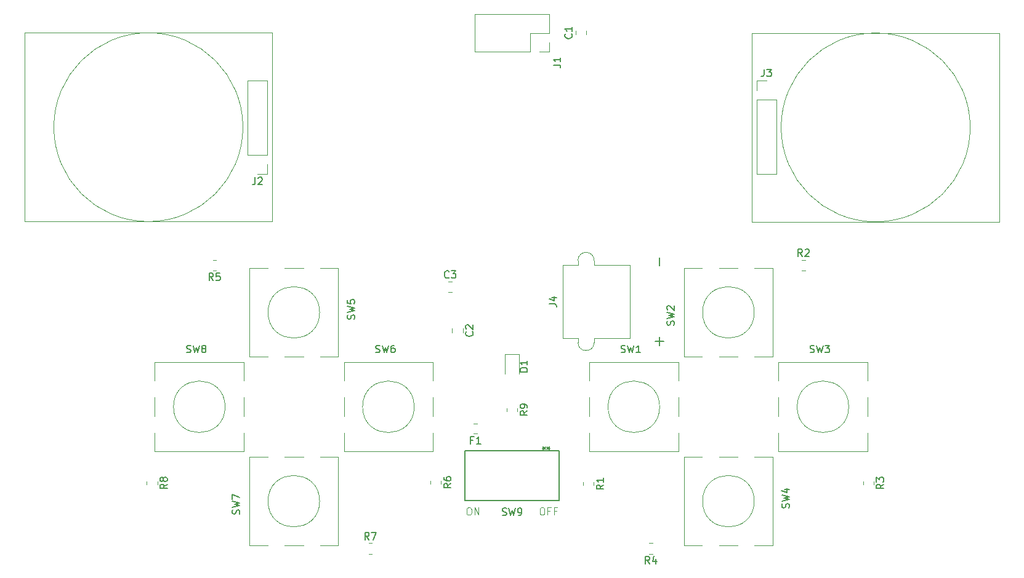
<source format=gbr>
%TF.GenerationSoftware,KiCad,Pcbnew,9.0.2*%
%TF.CreationDate,2025-08-17T08:15:12-04:00*%
%TF.ProjectId,Controller_Simple,436f6e74-726f-46c6-9c65-725f53696d70,rev?*%
%TF.SameCoordinates,Original*%
%TF.FileFunction,Legend,Top*%
%TF.FilePolarity,Positive*%
%FSLAX46Y46*%
G04 Gerber Fmt 4.6, Leading zero omitted, Abs format (unit mm)*
G04 Created by KiCad (PCBNEW 9.0.2) date 2025-08-17 08:15:12*
%MOMM*%
%LPD*%
G01*
G04 APERTURE LIST*
%ADD10C,0.100000*%
%ADD11C,0.125000*%
%ADD12C,0.150000*%
%ADD13C,0.120000*%
%ADD14C,0.152400*%
G04 APERTURE END LIST*
D10*
X103994360Y-91872419D02*
X104184836Y-91872419D01*
X104184836Y-91872419D02*
X104280074Y-91920038D01*
X104280074Y-91920038D02*
X104375312Y-92015276D01*
X104375312Y-92015276D02*
X104422931Y-92205752D01*
X104422931Y-92205752D02*
X104422931Y-92539085D01*
X104422931Y-92539085D02*
X104375312Y-92729561D01*
X104375312Y-92729561D02*
X104280074Y-92824800D01*
X104280074Y-92824800D02*
X104184836Y-92872419D01*
X104184836Y-92872419D02*
X103994360Y-92872419D01*
X103994360Y-92872419D02*
X103899122Y-92824800D01*
X103899122Y-92824800D02*
X103803884Y-92729561D01*
X103803884Y-92729561D02*
X103756265Y-92539085D01*
X103756265Y-92539085D02*
X103756265Y-92205752D01*
X103756265Y-92205752D02*
X103803884Y-92015276D01*
X103803884Y-92015276D02*
X103899122Y-91920038D01*
X103899122Y-91920038D02*
X103994360Y-91872419D01*
X104851503Y-92872419D02*
X104851503Y-91872419D01*
X104851503Y-91872419D02*
X105422931Y-92872419D01*
X105422931Y-92872419D02*
X105422931Y-91872419D01*
D11*
X114047619Y-91871119D02*
X114238095Y-91871119D01*
X114238095Y-91871119D02*
X114333333Y-91918738D01*
X114333333Y-91918738D02*
X114428571Y-92013976D01*
X114428571Y-92013976D02*
X114476190Y-92204452D01*
X114476190Y-92204452D02*
X114476190Y-92537785D01*
X114476190Y-92537785D02*
X114428571Y-92728261D01*
X114428571Y-92728261D02*
X114333333Y-92823500D01*
X114333333Y-92823500D02*
X114238095Y-92871119D01*
X114238095Y-92871119D02*
X114047619Y-92871119D01*
X114047619Y-92871119D02*
X113952381Y-92823500D01*
X113952381Y-92823500D02*
X113857143Y-92728261D01*
X113857143Y-92728261D02*
X113809524Y-92537785D01*
X113809524Y-92537785D02*
X113809524Y-92204452D01*
X113809524Y-92204452D02*
X113857143Y-92013976D01*
X113857143Y-92013976D02*
X113952381Y-91918738D01*
X113952381Y-91918738D02*
X114047619Y-91871119D01*
X115238095Y-92347309D02*
X114904762Y-92347309D01*
X114904762Y-92871119D02*
X114904762Y-91871119D01*
X114904762Y-91871119D02*
X115380952Y-91871119D01*
X116095238Y-92347309D02*
X115761905Y-92347309D01*
X115761905Y-92871119D02*
X115761905Y-91871119D01*
X115761905Y-91871119D02*
X116238095Y-91871119D01*
D12*
X112104819Y-78579166D02*
X111628628Y-78912499D01*
X112104819Y-79150594D02*
X111104819Y-79150594D01*
X111104819Y-79150594D02*
X111104819Y-78769642D01*
X111104819Y-78769642D02*
X111152438Y-78674404D01*
X111152438Y-78674404D02*
X111200057Y-78626785D01*
X111200057Y-78626785D02*
X111295295Y-78579166D01*
X111295295Y-78579166D02*
X111438152Y-78579166D01*
X111438152Y-78579166D02*
X111533390Y-78626785D01*
X111533390Y-78626785D02*
X111581009Y-78674404D01*
X111581009Y-78674404D02*
X111628628Y-78769642D01*
X111628628Y-78769642D02*
X111628628Y-79150594D01*
X112104819Y-78102975D02*
X112104819Y-77912499D01*
X112104819Y-77912499D02*
X112057200Y-77817261D01*
X112057200Y-77817261D02*
X112009580Y-77769642D01*
X112009580Y-77769642D02*
X111866723Y-77674404D01*
X111866723Y-77674404D02*
X111676247Y-77626785D01*
X111676247Y-77626785D02*
X111295295Y-77626785D01*
X111295295Y-77626785D02*
X111200057Y-77674404D01*
X111200057Y-77674404D02*
X111152438Y-77722023D01*
X111152438Y-77722023D02*
X111104819Y-77817261D01*
X111104819Y-77817261D02*
X111104819Y-78007737D01*
X111104819Y-78007737D02*
X111152438Y-78102975D01*
X111152438Y-78102975D02*
X111200057Y-78150594D01*
X111200057Y-78150594D02*
X111295295Y-78198213D01*
X111295295Y-78198213D02*
X111533390Y-78198213D01*
X111533390Y-78198213D02*
X111628628Y-78150594D01*
X111628628Y-78150594D02*
X111676247Y-78102975D01*
X111676247Y-78102975D02*
X111723866Y-78007737D01*
X111723866Y-78007737D02*
X111723866Y-77817261D01*
X111723866Y-77817261D02*
X111676247Y-77722023D01*
X111676247Y-77722023D02*
X111628628Y-77674404D01*
X111628628Y-77674404D02*
X111533390Y-77626785D01*
X112104819Y-73175594D02*
X111104819Y-73175594D01*
X111104819Y-73175594D02*
X111104819Y-72937499D01*
X111104819Y-72937499D02*
X111152438Y-72794642D01*
X111152438Y-72794642D02*
X111247676Y-72699404D01*
X111247676Y-72699404D02*
X111342914Y-72651785D01*
X111342914Y-72651785D02*
X111533390Y-72604166D01*
X111533390Y-72604166D02*
X111676247Y-72604166D01*
X111676247Y-72604166D02*
X111866723Y-72651785D01*
X111866723Y-72651785D02*
X111961961Y-72699404D01*
X111961961Y-72699404D02*
X112057200Y-72794642D01*
X112057200Y-72794642D02*
X112104819Y-72937499D01*
X112104819Y-72937499D02*
X112104819Y-73175594D01*
X112104819Y-71651785D02*
X112104819Y-72223213D01*
X112104819Y-71937499D02*
X111104819Y-71937499D01*
X111104819Y-71937499D02*
X111247676Y-72032737D01*
X111247676Y-72032737D02*
X111342914Y-72127975D01*
X111342914Y-72127975D02*
X111390533Y-72223213D01*
X108666667Y-92907200D02*
X108809524Y-92954819D01*
X108809524Y-92954819D02*
X109047619Y-92954819D01*
X109047619Y-92954819D02*
X109142857Y-92907200D01*
X109142857Y-92907200D02*
X109190476Y-92859580D01*
X109190476Y-92859580D02*
X109238095Y-92764342D01*
X109238095Y-92764342D02*
X109238095Y-92669104D01*
X109238095Y-92669104D02*
X109190476Y-92573866D01*
X109190476Y-92573866D02*
X109142857Y-92526247D01*
X109142857Y-92526247D02*
X109047619Y-92478628D01*
X109047619Y-92478628D02*
X108857143Y-92431009D01*
X108857143Y-92431009D02*
X108761905Y-92383390D01*
X108761905Y-92383390D02*
X108714286Y-92335771D01*
X108714286Y-92335771D02*
X108666667Y-92240533D01*
X108666667Y-92240533D02*
X108666667Y-92145295D01*
X108666667Y-92145295D02*
X108714286Y-92050057D01*
X108714286Y-92050057D02*
X108761905Y-92002438D01*
X108761905Y-92002438D02*
X108857143Y-91954819D01*
X108857143Y-91954819D02*
X109095238Y-91954819D01*
X109095238Y-91954819D02*
X109238095Y-92002438D01*
X109571429Y-91954819D02*
X109809524Y-92954819D01*
X109809524Y-92954819D02*
X110000000Y-92240533D01*
X110000000Y-92240533D02*
X110190476Y-92954819D01*
X110190476Y-92954819D02*
X110428572Y-91954819D01*
X110857143Y-92954819D02*
X111047619Y-92954819D01*
X111047619Y-92954819D02*
X111142857Y-92907200D01*
X111142857Y-92907200D02*
X111190476Y-92859580D01*
X111190476Y-92859580D02*
X111285714Y-92716723D01*
X111285714Y-92716723D02*
X111333333Y-92526247D01*
X111333333Y-92526247D02*
X111333333Y-92145295D01*
X111333333Y-92145295D02*
X111285714Y-92050057D01*
X111285714Y-92050057D02*
X111238095Y-92002438D01*
X111238095Y-92002438D02*
X111142857Y-91954819D01*
X111142857Y-91954819D02*
X110952381Y-91954819D01*
X110952381Y-91954819D02*
X110857143Y-92002438D01*
X110857143Y-92002438D02*
X110809524Y-92050057D01*
X110809524Y-92050057D02*
X110761905Y-92145295D01*
X110761905Y-92145295D02*
X110761905Y-92383390D01*
X110761905Y-92383390D02*
X110809524Y-92478628D01*
X110809524Y-92478628D02*
X110857143Y-92526247D01*
X110857143Y-92526247D02*
X110952381Y-92573866D01*
X110952381Y-92573866D02*
X111142857Y-92573866D01*
X111142857Y-92573866D02*
X111238095Y-92526247D01*
X111238095Y-92526247D02*
X111285714Y-92478628D01*
X111285714Y-92478628D02*
X111333333Y-92383390D01*
X114153819Y-83689999D02*
X114391914Y-83689999D01*
X114296676Y-83928094D02*
X114391914Y-83689999D01*
X114391914Y-83689999D02*
X114296676Y-83451904D01*
X114582390Y-83832856D02*
X114391914Y-83689999D01*
X114391914Y-83689999D02*
X114582390Y-83547142D01*
X115244180Y-83690000D02*
X115006085Y-83690000D01*
X115101323Y-83451905D02*
X115006085Y-83690000D01*
X115006085Y-83690000D02*
X115101323Y-83928095D01*
X114815609Y-83547143D02*
X115006085Y-83690000D01*
X115006085Y-83690000D02*
X114815609Y-83832857D01*
X62604819Y-88666666D02*
X62128628Y-88999999D01*
X62604819Y-89238094D02*
X61604819Y-89238094D01*
X61604819Y-89238094D02*
X61604819Y-88857142D01*
X61604819Y-88857142D02*
X61652438Y-88761904D01*
X61652438Y-88761904D02*
X61700057Y-88714285D01*
X61700057Y-88714285D02*
X61795295Y-88666666D01*
X61795295Y-88666666D02*
X61938152Y-88666666D01*
X61938152Y-88666666D02*
X62033390Y-88714285D01*
X62033390Y-88714285D02*
X62081009Y-88761904D01*
X62081009Y-88761904D02*
X62128628Y-88857142D01*
X62128628Y-88857142D02*
X62128628Y-89238094D01*
X62033390Y-88095237D02*
X61985771Y-88190475D01*
X61985771Y-88190475D02*
X61938152Y-88238094D01*
X61938152Y-88238094D02*
X61842914Y-88285713D01*
X61842914Y-88285713D02*
X61795295Y-88285713D01*
X61795295Y-88285713D02*
X61700057Y-88238094D01*
X61700057Y-88238094D02*
X61652438Y-88190475D01*
X61652438Y-88190475D02*
X61604819Y-88095237D01*
X61604819Y-88095237D02*
X61604819Y-87904761D01*
X61604819Y-87904761D02*
X61652438Y-87809523D01*
X61652438Y-87809523D02*
X61700057Y-87761904D01*
X61700057Y-87761904D02*
X61795295Y-87714285D01*
X61795295Y-87714285D02*
X61842914Y-87714285D01*
X61842914Y-87714285D02*
X61938152Y-87761904D01*
X61938152Y-87761904D02*
X61985771Y-87809523D01*
X61985771Y-87809523D02*
X62033390Y-87904761D01*
X62033390Y-87904761D02*
X62033390Y-88095237D01*
X62033390Y-88095237D02*
X62081009Y-88190475D01*
X62081009Y-88190475D02*
X62128628Y-88238094D01*
X62128628Y-88238094D02*
X62223866Y-88285713D01*
X62223866Y-88285713D02*
X62414342Y-88285713D01*
X62414342Y-88285713D02*
X62509580Y-88238094D01*
X62509580Y-88238094D02*
X62557200Y-88190475D01*
X62557200Y-88190475D02*
X62604819Y-88095237D01*
X62604819Y-88095237D02*
X62604819Y-87904761D01*
X62604819Y-87904761D02*
X62557200Y-87809523D01*
X62557200Y-87809523D02*
X62509580Y-87761904D01*
X62509580Y-87761904D02*
X62414342Y-87714285D01*
X62414342Y-87714285D02*
X62223866Y-87714285D01*
X62223866Y-87714285D02*
X62128628Y-87761904D01*
X62128628Y-87761904D02*
X62081009Y-87809523D01*
X62081009Y-87809523D02*
X62033390Y-87904761D01*
X88317200Y-65913332D02*
X88364819Y-65770475D01*
X88364819Y-65770475D02*
X88364819Y-65532380D01*
X88364819Y-65532380D02*
X88317200Y-65437142D01*
X88317200Y-65437142D02*
X88269580Y-65389523D01*
X88269580Y-65389523D02*
X88174342Y-65341904D01*
X88174342Y-65341904D02*
X88079104Y-65341904D01*
X88079104Y-65341904D02*
X87983866Y-65389523D01*
X87983866Y-65389523D02*
X87936247Y-65437142D01*
X87936247Y-65437142D02*
X87888628Y-65532380D01*
X87888628Y-65532380D02*
X87841009Y-65722856D01*
X87841009Y-65722856D02*
X87793390Y-65818094D01*
X87793390Y-65818094D02*
X87745771Y-65865713D01*
X87745771Y-65865713D02*
X87650533Y-65913332D01*
X87650533Y-65913332D02*
X87555295Y-65913332D01*
X87555295Y-65913332D02*
X87460057Y-65865713D01*
X87460057Y-65865713D02*
X87412438Y-65818094D01*
X87412438Y-65818094D02*
X87364819Y-65722856D01*
X87364819Y-65722856D02*
X87364819Y-65484761D01*
X87364819Y-65484761D02*
X87412438Y-65341904D01*
X87364819Y-65008570D02*
X88364819Y-64770475D01*
X88364819Y-64770475D02*
X87650533Y-64579999D01*
X87650533Y-64579999D02*
X88364819Y-64389523D01*
X88364819Y-64389523D02*
X87364819Y-64151428D01*
X87364819Y-63294285D02*
X87364819Y-63770475D01*
X87364819Y-63770475D02*
X87841009Y-63818094D01*
X87841009Y-63818094D02*
X87793390Y-63770475D01*
X87793390Y-63770475D02*
X87745771Y-63675237D01*
X87745771Y-63675237D02*
X87745771Y-63437142D01*
X87745771Y-63437142D02*
X87793390Y-63341904D01*
X87793390Y-63341904D02*
X87841009Y-63294285D01*
X87841009Y-63294285D02*
X87936247Y-63246666D01*
X87936247Y-63246666D02*
X88174342Y-63246666D01*
X88174342Y-63246666D02*
X88269580Y-63294285D01*
X88269580Y-63294285D02*
X88317200Y-63341904D01*
X88317200Y-63341904D02*
X88364819Y-63437142D01*
X88364819Y-63437142D02*
X88364819Y-63675237D01*
X88364819Y-63675237D02*
X88317200Y-63770475D01*
X88317200Y-63770475D02*
X88269580Y-63818094D01*
X128920833Y-99604819D02*
X128587500Y-99128628D01*
X128349405Y-99604819D02*
X128349405Y-98604819D01*
X128349405Y-98604819D02*
X128730357Y-98604819D01*
X128730357Y-98604819D02*
X128825595Y-98652438D01*
X128825595Y-98652438D02*
X128873214Y-98700057D01*
X128873214Y-98700057D02*
X128920833Y-98795295D01*
X128920833Y-98795295D02*
X128920833Y-98938152D01*
X128920833Y-98938152D02*
X128873214Y-99033390D01*
X128873214Y-99033390D02*
X128825595Y-99081009D01*
X128825595Y-99081009D02*
X128730357Y-99128628D01*
X128730357Y-99128628D02*
X128349405Y-99128628D01*
X129777976Y-98938152D02*
X129777976Y-99604819D01*
X129539881Y-98557200D02*
X129301786Y-99271485D01*
X129301786Y-99271485D02*
X129920833Y-99271485D01*
X148067200Y-91913332D02*
X148114819Y-91770475D01*
X148114819Y-91770475D02*
X148114819Y-91532380D01*
X148114819Y-91532380D02*
X148067200Y-91437142D01*
X148067200Y-91437142D02*
X148019580Y-91389523D01*
X148019580Y-91389523D02*
X147924342Y-91341904D01*
X147924342Y-91341904D02*
X147829104Y-91341904D01*
X147829104Y-91341904D02*
X147733866Y-91389523D01*
X147733866Y-91389523D02*
X147686247Y-91437142D01*
X147686247Y-91437142D02*
X147638628Y-91532380D01*
X147638628Y-91532380D02*
X147591009Y-91722856D01*
X147591009Y-91722856D02*
X147543390Y-91818094D01*
X147543390Y-91818094D02*
X147495771Y-91865713D01*
X147495771Y-91865713D02*
X147400533Y-91913332D01*
X147400533Y-91913332D02*
X147305295Y-91913332D01*
X147305295Y-91913332D02*
X147210057Y-91865713D01*
X147210057Y-91865713D02*
X147162438Y-91818094D01*
X147162438Y-91818094D02*
X147114819Y-91722856D01*
X147114819Y-91722856D02*
X147114819Y-91484761D01*
X147114819Y-91484761D02*
X147162438Y-91341904D01*
X147114819Y-91008570D02*
X148114819Y-90770475D01*
X148114819Y-90770475D02*
X147400533Y-90579999D01*
X147400533Y-90579999D02*
X148114819Y-90389523D01*
X148114819Y-90389523D02*
X147114819Y-90151428D01*
X147448152Y-89341904D02*
X148114819Y-89341904D01*
X147067200Y-89579999D02*
X147781485Y-89818094D01*
X147781485Y-89818094D02*
X147781485Y-89199047D01*
X65246667Y-70497200D02*
X65389524Y-70544819D01*
X65389524Y-70544819D02*
X65627619Y-70544819D01*
X65627619Y-70544819D02*
X65722857Y-70497200D01*
X65722857Y-70497200D02*
X65770476Y-70449580D01*
X65770476Y-70449580D02*
X65818095Y-70354342D01*
X65818095Y-70354342D02*
X65818095Y-70259104D01*
X65818095Y-70259104D02*
X65770476Y-70163866D01*
X65770476Y-70163866D02*
X65722857Y-70116247D01*
X65722857Y-70116247D02*
X65627619Y-70068628D01*
X65627619Y-70068628D02*
X65437143Y-70021009D01*
X65437143Y-70021009D02*
X65341905Y-69973390D01*
X65341905Y-69973390D02*
X65294286Y-69925771D01*
X65294286Y-69925771D02*
X65246667Y-69830533D01*
X65246667Y-69830533D02*
X65246667Y-69735295D01*
X65246667Y-69735295D02*
X65294286Y-69640057D01*
X65294286Y-69640057D02*
X65341905Y-69592438D01*
X65341905Y-69592438D02*
X65437143Y-69544819D01*
X65437143Y-69544819D02*
X65675238Y-69544819D01*
X65675238Y-69544819D02*
X65818095Y-69592438D01*
X66151429Y-69544819D02*
X66389524Y-70544819D01*
X66389524Y-70544819D02*
X66580000Y-69830533D01*
X66580000Y-69830533D02*
X66770476Y-70544819D01*
X66770476Y-70544819D02*
X67008572Y-69544819D01*
X67532381Y-69973390D02*
X67437143Y-69925771D01*
X67437143Y-69925771D02*
X67389524Y-69878152D01*
X67389524Y-69878152D02*
X67341905Y-69782914D01*
X67341905Y-69782914D02*
X67341905Y-69735295D01*
X67341905Y-69735295D02*
X67389524Y-69640057D01*
X67389524Y-69640057D02*
X67437143Y-69592438D01*
X67437143Y-69592438D02*
X67532381Y-69544819D01*
X67532381Y-69544819D02*
X67722857Y-69544819D01*
X67722857Y-69544819D02*
X67818095Y-69592438D01*
X67818095Y-69592438D02*
X67865714Y-69640057D01*
X67865714Y-69640057D02*
X67913333Y-69735295D01*
X67913333Y-69735295D02*
X67913333Y-69782914D01*
X67913333Y-69782914D02*
X67865714Y-69878152D01*
X67865714Y-69878152D02*
X67818095Y-69925771D01*
X67818095Y-69925771D02*
X67722857Y-69973390D01*
X67722857Y-69973390D02*
X67532381Y-69973390D01*
X67532381Y-69973390D02*
X67437143Y-70021009D01*
X67437143Y-70021009D02*
X67389524Y-70068628D01*
X67389524Y-70068628D02*
X67341905Y-70163866D01*
X67341905Y-70163866D02*
X67341905Y-70354342D01*
X67341905Y-70354342D02*
X67389524Y-70449580D01*
X67389524Y-70449580D02*
X67437143Y-70497200D01*
X67437143Y-70497200D02*
X67532381Y-70544819D01*
X67532381Y-70544819D02*
X67722857Y-70544819D01*
X67722857Y-70544819D02*
X67818095Y-70497200D01*
X67818095Y-70497200D02*
X67865714Y-70449580D01*
X67865714Y-70449580D02*
X67913333Y-70354342D01*
X67913333Y-70354342D02*
X67913333Y-70163866D01*
X67913333Y-70163866D02*
X67865714Y-70068628D01*
X67865714Y-70068628D02*
X67818095Y-70021009D01*
X67818095Y-70021009D02*
X67722857Y-69973390D01*
X104539580Y-67666666D02*
X104587200Y-67714285D01*
X104587200Y-67714285D02*
X104634819Y-67857142D01*
X104634819Y-67857142D02*
X104634819Y-67952380D01*
X104634819Y-67952380D02*
X104587200Y-68095237D01*
X104587200Y-68095237D02*
X104491961Y-68190475D01*
X104491961Y-68190475D02*
X104396723Y-68238094D01*
X104396723Y-68238094D02*
X104206247Y-68285713D01*
X104206247Y-68285713D02*
X104063390Y-68285713D01*
X104063390Y-68285713D02*
X103872914Y-68238094D01*
X103872914Y-68238094D02*
X103777676Y-68190475D01*
X103777676Y-68190475D02*
X103682438Y-68095237D01*
X103682438Y-68095237D02*
X103634819Y-67952380D01*
X103634819Y-67952380D02*
X103634819Y-67857142D01*
X103634819Y-67857142D02*
X103682438Y-67714285D01*
X103682438Y-67714285D02*
X103730057Y-67666666D01*
X103730057Y-67285713D02*
X103682438Y-67238094D01*
X103682438Y-67238094D02*
X103634819Y-67142856D01*
X103634819Y-67142856D02*
X103634819Y-66904761D01*
X103634819Y-66904761D02*
X103682438Y-66809523D01*
X103682438Y-66809523D02*
X103730057Y-66761904D01*
X103730057Y-66761904D02*
X103825295Y-66714285D01*
X103825295Y-66714285D02*
X103920533Y-66714285D01*
X103920533Y-66714285D02*
X104063390Y-66761904D01*
X104063390Y-66761904D02*
X104634819Y-67333332D01*
X104634819Y-67333332D02*
X104634819Y-66714285D01*
X101333333Y-60179580D02*
X101285714Y-60227200D01*
X101285714Y-60227200D02*
X101142857Y-60274819D01*
X101142857Y-60274819D02*
X101047619Y-60274819D01*
X101047619Y-60274819D02*
X100904762Y-60227200D01*
X100904762Y-60227200D02*
X100809524Y-60131961D01*
X100809524Y-60131961D02*
X100761905Y-60036723D01*
X100761905Y-60036723D02*
X100714286Y-59846247D01*
X100714286Y-59846247D02*
X100714286Y-59703390D01*
X100714286Y-59703390D02*
X100761905Y-59512914D01*
X100761905Y-59512914D02*
X100809524Y-59417676D01*
X100809524Y-59417676D02*
X100904762Y-59322438D01*
X100904762Y-59322438D02*
X101047619Y-59274819D01*
X101047619Y-59274819D02*
X101142857Y-59274819D01*
X101142857Y-59274819D02*
X101285714Y-59322438D01*
X101285714Y-59322438D02*
X101333333Y-59370057D01*
X101666667Y-59274819D02*
X102285714Y-59274819D01*
X102285714Y-59274819D02*
X101952381Y-59655771D01*
X101952381Y-59655771D02*
X102095238Y-59655771D01*
X102095238Y-59655771D02*
X102190476Y-59703390D01*
X102190476Y-59703390D02*
X102238095Y-59751009D01*
X102238095Y-59751009D02*
X102285714Y-59846247D01*
X102285714Y-59846247D02*
X102285714Y-60084342D01*
X102285714Y-60084342D02*
X102238095Y-60179580D01*
X102238095Y-60179580D02*
X102190476Y-60227200D01*
X102190476Y-60227200D02*
X102095238Y-60274819D01*
X102095238Y-60274819D02*
X101809524Y-60274819D01*
X101809524Y-60274819D02*
X101714286Y-60227200D01*
X101714286Y-60227200D02*
X101666667Y-60179580D01*
X91246667Y-70497200D02*
X91389524Y-70544819D01*
X91389524Y-70544819D02*
X91627619Y-70544819D01*
X91627619Y-70544819D02*
X91722857Y-70497200D01*
X91722857Y-70497200D02*
X91770476Y-70449580D01*
X91770476Y-70449580D02*
X91818095Y-70354342D01*
X91818095Y-70354342D02*
X91818095Y-70259104D01*
X91818095Y-70259104D02*
X91770476Y-70163866D01*
X91770476Y-70163866D02*
X91722857Y-70116247D01*
X91722857Y-70116247D02*
X91627619Y-70068628D01*
X91627619Y-70068628D02*
X91437143Y-70021009D01*
X91437143Y-70021009D02*
X91341905Y-69973390D01*
X91341905Y-69973390D02*
X91294286Y-69925771D01*
X91294286Y-69925771D02*
X91246667Y-69830533D01*
X91246667Y-69830533D02*
X91246667Y-69735295D01*
X91246667Y-69735295D02*
X91294286Y-69640057D01*
X91294286Y-69640057D02*
X91341905Y-69592438D01*
X91341905Y-69592438D02*
X91437143Y-69544819D01*
X91437143Y-69544819D02*
X91675238Y-69544819D01*
X91675238Y-69544819D02*
X91818095Y-69592438D01*
X92151429Y-69544819D02*
X92389524Y-70544819D01*
X92389524Y-70544819D02*
X92580000Y-69830533D01*
X92580000Y-69830533D02*
X92770476Y-70544819D01*
X92770476Y-70544819D02*
X93008572Y-69544819D01*
X93818095Y-69544819D02*
X93627619Y-69544819D01*
X93627619Y-69544819D02*
X93532381Y-69592438D01*
X93532381Y-69592438D02*
X93484762Y-69640057D01*
X93484762Y-69640057D02*
X93389524Y-69782914D01*
X93389524Y-69782914D02*
X93341905Y-69973390D01*
X93341905Y-69973390D02*
X93341905Y-70354342D01*
X93341905Y-70354342D02*
X93389524Y-70449580D01*
X93389524Y-70449580D02*
X93437143Y-70497200D01*
X93437143Y-70497200D02*
X93532381Y-70544819D01*
X93532381Y-70544819D02*
X93722857Y-70544819D01*
X93722857Y-70544819D02*
X93818095Y-70497200D01*
X93818095Y-70497200D02*
X93865714Y-70449580D01*
X93865714Y-70449580D02*
X93913333Y-70354342D01*
X93913333Y-70354342D02*
X93913333Y-70116247D01*
X93913333Y-70116247D02*
X93865714Y-70021009D01*
X93865714Y-70021009D02*
X93818095Y-69973390D01*
X93818095Y-69973390D02*
X93722857Y-69925771D01*
X93722857Y-69925771D02*
X93532381Y-69925771D01*
X93532381Y-69925771D02*
X93437143Y-69973390D01*
X93437143Y-69973390D02*
X93389524Y-70021009D01*
X93389524Y-70021009D02*
X93341905Y-70116247D01*
X132247200Y-66753332D02*
X132294819Y-66610475D01*
X132294819Y-66610475D02*
X132294819Y-66372380D01*
X132294819Y-66372380D02*
X132247200Y-66277142D01*
X132247200Y-66277142D02*
X132199580Y-66229523D01*
X132199580Y-66229523D02*
X132104342Y-66181904D01*
X132104342Y-66181904D02*
X132009104Y-66181904D01*
X132009104Y-66181904D02*
X131913866Y-66229523D01*
X131913866Y-66229523D02*
X131866247Y-66277142D01*
X131866247Y-66277142D02*
X131818628Y-66372380D01*
X131818628Y-66372380D02*
X131771009Y-66562856D01*
X131771009Y-66562856D02*
X131723390Y-66658094D01*
X131723390Y-66658094D02*
X131675771Y-66705713D01*
X131675771Y-66705713D02*
X131580533Y-66753332D01*
X131580533Y-66753332D02*
X131485295Y-66753332D01*
X131485295Y-66753332D02*
X131390057Y-66705713D01*
X131390057Y-66705713D02*
X131342438Y-66658094D01*
X131342438Y-66658094D02*
X131294819Y-66562856D01*
X131294819Y-66562856D02*
X131294819Y-66324761D01*
X131294819Y-66324761D02*
X131342438Y-66181904D01*
X131294819Y-65848570D02*
X132294819Y-65610475D01*
X132294819Y-65610475D02*
X131580533Y-65419999D01*
X131580533Y-65419999D02*
X132294819Y-65229523D01*
X132294819Y-65229523D02*
X131294819Y-64991428D01*
X131390057Y-64658094D02*
X131342438Y-64610475D01*
X131342438Y-64610475D02*
X131294819Y-64515237D01*
X131294819Y-64515237D02*
X131294819Y-64277142D01*
X131294819Y-64277142D02*
X131342438Y-64181904D01*
X131342438Y-64181904D02*
X131390057Y-64134285D01*
X131390057Y-64134285D02*
X131485295Y-64086666D01*
X131485295Y-64086666D02*
X131580533Y-64086666D01*
X131580533Y-64086666D02*
X131723390Y-64134285D01*
X131723390Y-64134285D02*
X132294819Y-64705713D01*
X132294819Y-64705713D02*
X132294819Y-64086666D01*
X118179580Y-26666666D02*
X118227200Y-26714285D01*
X118227200Y-26714285D02*
X118274819Y-26857142D01*
X118274819Y-26857142D02*
X118274819Y-26952380D01*
X118274819Y-26952380D02*
X118227200Y-27095237D01*
X118227200Y-27095237D02*
X118131961Y-27190475D01*
X118131961Y-27190475D02*
X118036723Y-27238094D01*
X118036723Y-27238094D02*
X117846247Y-27285713D01*
X117846247Y-27285713D02*
X117703390Y-27285713D01*
X117703390Y-27285713D02*
X117512914Y-27238094D01*
X117512914Y-27238094D02*
X117417676Y-27190475D01*
X117417676Y-27190475D02*
X117322438Y-27095237D01*
X117322438Y-27095237D02*
X117274819Y-26952380D01*
X117274819Y-26952380D02*
X117274819Y-26857142D01*
X117274819Y-26857142D02*
X117322438Y-26714285D01*
X117322438Y-26714285D02*
X117370057Y-26666666D01*
X118274819Y-25714285D02*
X118274819Y-26285713D01*
X118274819Y-25999999D02*
X117274819Y-25999999D01*
X117274819Y-25999999D02*
X117417676Y-26095237D01*
X117417676Y-26095237D02*
X117512914Y-26190475D01*
X117512914Y-26190475D02*
X117560533Y-26285713D01*
X122604819Y-88754166D02*
X122128628Y-89087499D01*
X122604819Y-89325594D02*
X121604819Y-89325594D01*
X121604819Y-89325594D02*
X121604819Y-88944642D01*
X121604819Y-88944642D02*
X121652438Y-88849404D01*
X121652438Y-88849404D02*
X121700057Y-88801785D01*
X121700057Y-88801785D02*
X121795295Y-88754166D01*
X121795295Y-88754166D02*
X121938152Y-88754166D01*
X121938152Y-88754166D02*
X122033390Y-88801785D01*
X122033390Y-88801785D02*
X122081009Y-88849404D01*
X122081009Y-88849404D02*
X122128628Y-88944642D01*
X122128628Y-88944642D02*
X122128628Y-89325594D01*
X122604819Y-87801785D02*
X122604819Y-88373213D01*
X122604819Y-88087499D02*
X121604819Y-88087499D01*
X121604819Y-88087499D02*
X121747676Y-88182737D01*
X121747676Y-88182737D02*
X121842914Y-88277975D01*
X121842914Y-88277975D02*
X121890533Y-88373213D01*
X161104819Y-88666666D02*
X160628628Y-88999999D01*
X161104819Y-89238094D02*
X160104819Y-89238094D01*
X160104819Y-89238094D02*
X160104819Y-88857142D01*
X160104819Y-88857142D02*
X160152438Y-88761904D01*
X160152438Y-88761904D02*
X160200057Y-88714285D01*
X160200057Y-88714285D02*
X160295295Y-88666666D01*
X160295295Y-88666666D02*
X160438152Y-88666666D01*
X160438152Y-88666666D02*
X160533390Y-88714285D01*
X160533390Y-88714285D02*
X160581009Y-88761904D01*
X160581009Y-88761904D02*
X160628628Y-88857142D01*
X160628628Y-88857142D02*
X160628628Y-89238094D01*
X160104819Y-88333332D02*
X160104819Y-87714285D01*
X160104819Y-87714285D02*
X160485771Y-88047618D01*
X160485771Y-88047618D02*
X160485771Y-87904761D01*
X160485771Y-87904761D02*
X160533390Y-87809523D01*
X160533390Y-87809523D02*
X160581009Y-87761904D01*
X160581009Y-87761904D02*
X160676247Y-87714285D01*
X160676247Y-87714285D02*
X160914342Y-87714285D01*
X160914342Y-87714285D02*
X161009580Y-87761904D01*
X161009580Y-87761904D02*
X161057200Y-87809523D01*
X161057200Y-87809523D02*
X161104819Y-87904761D01*
X161104819Y-87904761D02*
X161104819Y-88190475D01*
X161104819Y-88190475D02*
X161057200Y-88285713D01*
X161057200Y-88285713D02*
X161009580Y-88333332D01*
X68920833Y-60604819D02*
X68587500Y-60128628D01*
X68349405Y-60604819D02*
X68349405Y-59604819D01*
X68349405Y-59604819D02*
X68730357Y-59604819D01*
X68730357Y-59604819D02*
X68825595Y-59652438D01*
X68825595Y-59652438D02*
X68873214Y-59700057D01*
X68873214Y-59700057D02*
X68920833Y-59795295D01*
X68920833Y-59795295D02*
X68920833Y-59938152D01*
X68920833Y-59938152D02*
X68873214Y-60033390D01*
X68873214Y-60033390D02*
X68825595Y-60081009D01*
X68825595Y-60081009D02*
X68730357Y-60128628D01*
X68730357Y-60128628D02*
X68349405Y-60128628D01*
X69825595Y-59604819D02*
X69349405Y-59604819D01*
X69349405Y-59604819D02*
X69301786Y-60081009D01*
X69301786Y-60081009D02*
X69349405Y-60033390D01*
X69349405Y-60033390D02*
X69444643Y-59985771D01*
X69444643Y-59985771D02*
X69682738Y-59985771D01*
X69682738Y-59985771D02*
X69777976Y-60033390D01*
X69777976Y-60033390D02*
X69825595Y-60081009D01*
X69825595Y-60081009D02*
X69873214Y-60176247D01*
X69873214Y-60176247D02*
X69873214Y-60414342D01*
X69873214Y-60414342D02*
X69825595Y-60509580D01*
X69825595Y-60509580D02*
X69777976Y-60557200D01*
X69777976Y-60557200D02*
X69682738Y-60604819D01*
X69682738Y-60604819D02*
X69444643Y-60604819D01*
X69444643Y-60604819D02*
X69349405Y-60557200D01*
X69349405Y-60557200D02*
X69301786Y-60509580D01*
X144666666Y-31524819D02*
X144666666Y-32239104D01*
X144666666Y-32239104D02*
X144619047Y-32381961D01*
X144619047Y-32381961D02*
X144523809Y-32477200D01*
X144523809Y-32477200D02*
X144380952Y-32524819D01*
X144380952Y-32524819D02*
X144285714Y-32524819D01*
X145047619Y-31524819D02*
X145666666Y-31524819D01*
X145666666Y-31524819D02*
X145333333Y-31905771D01*
X145333333Y-31905771D02*
X145476190Y-31905771D01*
X145476190Y-31905771D02*
X145571428Y-31953390D01*
X145571428Y-31953390D02*
X145619047Y-32001009D01*
X145619047Y-32001009D02*
X145666666Y-32096247D01*
X145666666Y-32096247D02*
X145666666Y-32334342D01*
X145666666Y-32334342D02*
X145619047Y-32429580D01*
X145619047Y-32429580D02*
X145571428Y-32477200D01*
X145571428Y-32477200D02*
X145476190Y-32524819D01*
X145476190Y-32524819D02*
X145190476Y-32524819D01*
X145190476Y-32524819D02*
X145095238Y-32477200D01*
X145095238Y-32477200D02*
X145047619Y-32429580D01*
X74666666Y-46414819D02*
X74666666Y-47129104D01*
X74666666Y-47129104D02*
X74619047Y-47271961D01*
X74619047Y-47271961D02*
X74523809Y-47367200D01*
X74523809Y-47367200D02*
X74380952Y-47414819D01*
X74380952Y-47414819D02*
X74285714Y-47414819D01*
X75095238Y-46510057D02*
X75142857Y-46462438D01*
X75142857Y-46462438D02*
X75238095Y-46414819D01*
X75238095Y-46414819D02*
X75476190Y-46414819D01*
X75476190Y-46414819D02*
X75571428Y-46462438D01*
X75571428Y-46462438D02*
X75619047Y-46510057D01*
X75619047Y-46510057D02*
X75666666Y-46605295D01*
X75666666Y-46605295D02*
X75666666Y-46700533D01*
X75666666Y-46700533D02*
X75619047Y-46843390D01*
X75619047Y-46843390D02*
X75047619Y-47414819D01*
X75047619Y-47414819D02*
X75666666Y-47414819D01*
X115674819Y-30923333D02*
X116389104Y-30923333D01*
X116389104Y-30923333D02*
X116531961Y-30970952D01*
X116531961Y-30970952D02*
X116627200Y-31066190D01*
X116627200Y-31066190D02*
X116674819Y-31209047D01*
X116674819Y-31209047D02*
X116674819Y-31304285D01*
X116674819Y-29923333D02*
X116674819Y-30494761D01*
X116674819Y-30209047D02*
X115674819Y-30209047D01*
X115674819Y-30209047D02*
X115817676Y-30304285D01*
X115817676Y-30304285D02*
X115912914Y-30399523D01*
X115912914Y-30399523D02*
X115960533Y-30494761D01*
X90333333Y-96304819D02*
X90000000Y-95828628D01*
X89761905Y-96304819D02*
X89761905Y-95304819D01*
X89761905Y-95304819D02*
X90142857Y-95304819D01*
X90142857Y-95304819D02*
X90238095Y-95352438D01*
X90238095Y-95352438D02*
X90285714Y-95400057D01*
X90285714Y-95400057D02*
X90333333Y-95495295D01*
X90333333Y-95495295D02*
X90333333Y-95638152D01*
X90333333Y-95638152D02*
X90285714Y-95733390D01*
X90285714Y-95733390D02*
X90238095Y-95781009D01*
X90238095Y-95781009D02*
X90142857Y-95828628D01*
X90142857Y-95828628D02*
X89761905Y-95828628D01*
X90666667Y-95304819D02*
X91333333Y-95304819D01*
X91333333Y-95304819D02*
X90904762Y-96304819D01*
X104641666Y-82581009D02*
X104308333Y-82581009D01*
X104308333Y-83104819D02*
X104308333Y-82104819D01*
X104308333Y-82104819D02*
X104784523Y-82104819D01*
X105689285Y-83104819D02*
X105117857Y-83104819D01*
X105403571Y-83104819D02*
X105403571Y-82104819D01*
X105403571Y-82104819D02*
X105308333Y-82247676D01*
X105308333Y-82247676D02*
X105213095Y-82342914D01*
X105213095Y-82342914D02*
X105117857Y-82390533D01*
X72497200Y-92753332D02*
X72544819Y-92610475D01*
X72544819Y-92610475D02*
X72544819Y-92372380D01*
X72544819Y-92372380D02*
X72497200Y-92277142D01*
X72497200Y-92277142D02*
X72449580Y-92229523D01*
X72449580Y-92229523D02*
X72354342Y-92181904D01*
X72354342Y-92181904D02*
X72259104Y-92181904D01*
X72259104Y-92181904D02*
X72163866Y-92229523D01*
X72163866Y-92229523D02*
X72116247Y-92277142D01*
X72116247Y-92277142D02*
X72068628Y-92372380D01*
X72068628Y-92372380D02*
X72021009Y-92562856D01*
X72021009Y-92562856D02*
X71973390Y-92658094D01*
X71973390Y-92658094D02*
X71925771Y-92705713D01*
X71925771Y-92705713D02*
X71830533Y-92753332D01*
X71830533Y-92753332D02*
X71735295Y-92753332D01*
X71735295Y-92753332D02*
X71640057Y-92705713D01*
X71640057Y-92705713D02*
X71592438Y-92658094D01*
X71592438Y-92658094D02*
X71544819Y-92562856D01*
X71544819Y-92562856D02*
X71544819Y-92324761D01*
X71544819Y-92324761D02*
X71592438Y-92181904D01*
X71544819Y-91848570D02*
X72544819Y-91610475D01*
X72544819Y-91610475D02*
X71830533Y-91419999D01*
X71830533Y-91419999D02*
X72544819Y-91229523D01*
X72544819Y-91229523D02*
X71544819Y-90991428D01*
X71544819Y-90705713D02*
X71544819Y-90039047D01*
X71544819Y-90039047D02*
X72544819Y-90467618D01*
X101604819Y-88579166D02*
X101128628Y-88912499D01*
X101604819Y-89150594D02*
X100604819Y-89150594D01*
X100604819Y-89150594D02*
X100604819Y-88769642D01*
X100604819Y-88769642D02*
X100652438Y-88674404D01*
X100652438Y-88674404D02*
X100700057Y-88626785D01*
X100700057Y-88626785D02*
X100795295Y-88579166D01*
X100795295Y-88579166D02*
X100938152Y-88579166D01*
X100938152Y-88579166D02*
X101033390Y-88626785D01*
X101033390Y-88626785D02*
X101081009Y-88674404D01*
X101081009Y-88674404D02*
X101128628Y-88769642D01*
X101128628Y-88769642D02*
X101128628Y-89150594D01*
X100604819Y-87722023D02*
X100604819Y-87912499D01*
X100604819Y-87912499D02*
X100652438Y-88007737D01*
X100652438Y-88007737D02*
X100700057Y-88055356D01*
X100700057Y-88055356D02*
X100842914Y-88150594D01*
X100842914Y-88150594D02*
X101033390Y-88198213D01*
X101033390Y-88198213D02*
X101414342Y-88198213D01*
X101414342Y-88198213D02*
X101509580Y-88150594D01*
X101509580Y-88150594D02*
X101557200Y-88102975D01*
X101557200Y-88102975D02*
X101604819Y-88007737D01*
X101604819Y-88007737D02*
X101604819Y-87817261D01*
X101604819Y-87817261D02*
X101557200Y-87722023D01*
X101557200Y-87722023D02*
X101509580Y-87674404D01*
X101509580Y-87674404D02*
X101414342Y-87626785D01*
X101414342Y-87626785D02*
X101176247Y-87626785D01*
X101176247Y-87626785D02*
X101081009Y-87674404D01*
X101081009Y-87674404D02*
X101033390Y-87722023D01*
X101033390Y-87722023D02*
X100985771Y-87817261D01*
X100985771Y-87817261D02*
X100985771Y-88007737D01*
X100985771Y-88007737D02*
X101033390Y-88102975D01*
X101033390Y-88102975D02*
X101081009Y-88150594D01*
X101081009Y-88150594D02*
X101176247Y-88198213D01*
X149920833Y-57304819D02*
X149587500Y-56828628D01*
X149349405Y-57304819D02*
X149349405Y-56304819D01*
X149349405Y-56304819D02*
X149730357Y-56304819D01*
X149730357Y-56304819D02*
X149825595Y-56352438D01*
X149825595Y-56352438D02*
X149873214Y-56400057D01*
X149873214Y-56400057D02*
X149920833Y-56495295D01*
X149920833Y-56495295D02*
X149920833Y-56638152D01*
X149920833Y-56638152D02*
X149873214Y-56733390D01*
X149873214Y-56733390D02*
X149825595Y-56781009D01*
X149825595Y-56781009D02*
X149730357Y-56828628D01*
X149730357Y-56828628D02*
X149349405Y-56828628D01*
X150301786Y-56400057D02*
X150349405Y-56352438D01*
X150349405Y-56352438D02*
X150444643Y-56304819D01*
X150444643Y-56304819D02*
X150682738Y-56304819D01*
X150682738Y-56304819D02*
X150777976Y-56352438D01*
X150777976Y-56352438D02*
X150825595Y-56400057D01*
X150825595Y-56400057D02*
X150873214Y-56495295D01*
X150873214Y-56495295D02*
X150873214Y-56590533D01*
X150873214Y-56590533D02*
X150825595Y-56733390D01*
X150825595Y-56733390D02*
X150254167Y-57304819D01*
X150254167Y-57304819D02*
X150873214Y-57304819D01*
X150996667Y-70497200D02*
X151139524Y-70544819D01*
X151139524Y-70544819D02*
X151377619Y-70544819D01*
X151377619Y-70544819D02*
X151472857Y-70497200D01*
X151472857Y-70497200D02*
X151520476Y-70449580D01*
X151520476Y-70449580D02*
X151568095Y-70354342D01*
X151568095Y-70354342D02*
X151568095Y-70259104D01*
X151568095Y-70259104D02*
X151520476Y-70163866D01*
X151520476Y-70163866D02*
X151472857Y-70116247D01*
X151472857Y-70116247D02*
X151377619Y-70068628D01*
X151377619Y-70068628D02*
X151187143Y-70021009D01*
X151187143Y-70021009D02*
X151091905Y-69973390D01*
X151091905Y-69973390D02*
X151044286Y-69925771D01*
X151044286Y-69925771D02*
X150996667Y-69830533D01*
X150996667Y-69830533D02*
X150996667Y-69735295D01*
X150996667Y-69735295D02*
X151044286Y-69640057D01*
X151044286Y-69640057D02*
X151091905Y-69592438D01*
X151091905Y-69592438D02*
X151187143Y-69544819D01*
X151187143Y-69544819D02*
X151425238Y-69544819D01*
X151425238Y-69544819D02*
X151568095Y-69592438D01*
X151901429Y-69544819D02*
X152139524Y-70544819D01*
X152139524Y-70544819D02*
X152330000Y-69830533D01*
X152330000Y-69830533D02*
X152520476Y-70544819D01*
X152520476Y-70544819D02*
X152758572Y-69544819D01*
X153044286Y-69544819D02*
X153663333Y-69544819D01*
X153663333Y-69544819D02*
X153330000Y-69925771D01*
X153330000Y-69925771D02*
X153472857Y-69925771D01*
X153472857Y-69925771D02*
X153568095Y-69973390D01*
X153568095Y-69973390D02*
X153615714Y-70021009D01*
X153615714Y-70021009D02*
X153663333Y-70116247D01*
X153663333Y-70116247D02*
X153663333Y-70354342D01*
X153663333Y-70354342D02*
X153615714Y-70449580D01*
X153615714Y-70449580D02*
X153568095Y-70497200D01*
X153568095Y-70497200D02*
X153472857Y-70544819D01*
X153472857Y-70544819D02*
X153187143Y-70544819D01*
X153187143Y-70544819D02*
X153091905Y-70497200D01*
X153091905Y-70497200D02*
X153044286Y-70449580D01*
X124996667Y-70497200D02*
X125139524Y-70544819D01*
X125139524Y-70544819D02*
X125377619Y-70544819D01*
X125377619Y-70544819D02*
X125472857Y-70497200D01*
X125472857Y-70497200D02*
X125520476Y-70449580D01*
X125520476Y-70449580D02*
X125568095Y-70354342D01*
X125568095Y-70354342D02*
X125568095Y-70259104D01*
X125568095Y-70259104D02*
X125520476Y-70163866D01*
X125520476Y-70163866D02*
X125472857Y-70116247D01*
X125472857Y-70116247D02*
X125377619Y-70068628D01*
X125377619Y-70068628D02*
X125187143Y-70021009D01*
X125187143Y-70021009D02*
X125091905Y-69973390D01*
X125091905Y-69973390D02*
X125044286Y-69925771D01*
X125044286Y-69925771D02*
X124996667Y-69830533D01*
X124996667Y-69830533D02*
X124996667Y-69735295D01*
X124996667Y-69735295D02*
X125044286Y-69640057D01*
X125044286Y-69640057D02*
X125091905Y-69592438D01*
X125091905Y-69592438D02*
X125187143Y-69544819D01*
X125187143Y-69544819D02*
X125425238Y-69544819D01*
X125425238Y-69544819D02*
X125568095Y-69592438D01*
X125901429Y-69544819D02*
X126139524Y-70544819D01*
X126139524Y-70544819D02*
X126330000Y-69830533D01*
X126330000Y-69830533D02*
X126520476Y-70544819D01*
X126520476Y-70544819D02*
X126758572Y-69544819D01*
X127663333Y-70544819D02*
X127091905Y-70544819D01*
X127377619Y-70544819D02*
X127377619Y-69544819D01*
X127377619Y-69544819D02*
X127282381Y-69687676D01*
X127282381Y-69687676D02*
X127187143Y-69782914D01*
X127187143Y-69782914D02*
X127091905Y-69830533D01*
X115129819Y-63833333D02*
X115844104Y-63833333D01*
X115844104Y-63833333D02*
X115986961Y-63880952D01*
X115986961Y-63880952D02*
X116082200Y-63976190D01*
X116082200Y-63976190D02*
X116129819Y-64119047D01*
X116129819Y-64119047D02*
X116129819Y-64214285D01*
X115463152Y-62928571D02*
X116129819Y-62928571D01*
X115082200Y-63166666D02*
X115796485Y-63404761D01*
X115796485Y-63404761D02*
X115796485Y-62785714D01*
X130289700Y-69571428D02*
X130289700Y-68428571D01*
X130861128Y-68999999D02*
X129718271Y-68999999D01*
X130289700Y-58571428D02*
X130289700Y-57428571D01*
D13*
%TO.C,R9*%
X110735000Y-78185436D02*
X110735000Y-78639564D01*
X109265000Y-78185436D02*
X109265000Y-78639564D01*
%TO.C,D1*%
X110960000Y-70752500D02*
X109040000Y-70752500D01*
X109040000Y-70752500D02*
X109040000Y-73437500D01*
X110960000Y-73437500D02*
X110960000Y-70752500D01*
D14*
%TO.C,SW9*%
X103523000Y-90929000D02*
X116477000Y-90929000D01*
X116477000Y-90929000D02*
X116477000Y-84071000D01*
X103523000Y-84071000D02*
X103523000Y-90929000D01*
X116477000Y-84071000D02*
X103523000Y-84071000D01*
D13*
%TO.C,R8*%
X59765000Y-88272936D02*
X59765000Y-88727064D01*
X61235000Y-88272936D02*
X61235000Y-88727064D01*
%TO.C,SW5*%
X73890000Y-71110000D02*
X73890000Y-58890000D01*
X76400000Y-58890000D02*
X73890000Y-58890000D01*
X76400000Y-71110000D02*
X73890000Y-71110000D01*
X81300000Y-58890000D02*
X78700000Y-58890000D01*
X81300000Y-71110000D02*
X78700000Y-71110000D01*
X86110000Y-58890000D02*
X83600000Y-58890000D01*
X86110000Y-58890000D02*
X86110000Y-71110000D01*
X86110000Y-71110000D02*
X83600000Y-71110000D01*
X83550000Y-65000000D02*
G75*
G02*
X76450000Y-65000000I-3550000J0D01*
G01*
X76450000Y-65000000D02*
G75*
G02*
X83550000Y-65000000I3550000J0D01*
G01*
%TO.C,R4*%
X129314564Y-96765000D02*
X128860436Y-96765000D01*
X129314564Y-98235000D02*
X128860436Y-98235000D01*
%TO.C,SW4*%
X133640000Y-97110000D02*
X133640000Y-84890000D01*
X136150000Y-84890000D02*
X133640000Y-84890000D01*
X136150000Y-97110000D02*
X133640000Y-97110000D01*
X141050000Y-84890000D02*
X138450000Y-84890000D01*
X141050000Y-97110000D02*
X138450000Y-97110000D01*
X145860000Y-84890000D02*
X143350000Y-84890000D01*
X145860000Y-84890000D02*
X145860000Y-97110000D01*
X145860000Y-97110000D02*
X143350000Y-97110000D01*
X143300000Y-91000000D02*
G75*
G02*
X136200000Y-91000000I-3550000J0D01*
G01*
X136200000Y-91000000D02*
G75*
G02*
X143300000Y-91000000I3550000J0D01*
G01*
%TO.C,SW8*%
X60890000Y-71890000D02*
X60890000Y-74400000D01*
X60890000Y-71890000D02*
X73110000Y-71890000D01*
X60890000Y-76700000D02*
X60890000Y-79300000D01*
X60890000Y-81600000D02*
X60890000Y-84110000D01*
X73110000Y-71890000D02*
X73110000Y-74400000D01*
X73110000Y-76700000D02*
X73110000Y-79300000D01*
X73110000Y-81600000D02*
X73110000Y-84110000D01*
X73110000Y-84110000D02*
X60890000Y-84110000D01*
X70550000Y-78000000D02*
G75*
G02*
X63450000Y-78000000I-3550000J0D01*
G01*
X63450000Y-78000000D02*
G75*
G02*
X70550000Y-78000000I3550000J0D01*
G01*
%TO.C,C2*%
X103235000Y-67238748D02*
X103235000Y-67761252D01*
X101765000Y-67238748D02*
X101765000Y-67761252D01*
%TO.C,C3*%
X101238748Y-60765000D02*
X101761252Y-60765000D01*
X101238748Y-62235000D02*
X101761252Y-62235000D01*
%TO.C,SW6*%
X86890000Y-71890000D02*
X86890000Y-74400000D01*
X86890000Y-71890000D02*
X99110000Y-71890000D01*
X86890000Y-76700000D02*
X86890000Y-79300000D01*
X86890000Y-81600000D02*
X86890000Y-84110000D01*
X99110000Y-71890000D02*
X99110000Y-74400000D01*
X99110000Y-76700000D02*
X99110000Y-79300000D01*
X99110000Y-81600000D02*
X99110000Y-84110000D01*
X99110000Y-84110000D02*
X86890000Y-84110000D01*
X96550000Y-78000000D02*
G75*
G02*
X89450000Y-78000000I-3550000J0D01*
G01*
X89450000Y-78000000D02*
G75*
G02*
X96550000Y-78000000I3550000J0D01*
G01*
%TO.C,SW2*%
X133640000Y-58890000D02*
X136150000Y-58890000D01*
X133640000Y-71110000D02*
X133640000Y-58890000D01*
X133640000Y-71110000D02*
X136150000Y-71110000D01*
X138450000Y-58890000D02*
X141050000Y-58890000D01*
X138450000Y-71110000D02*
X141050000Y-71110000D01*
X143350000Y-58890000D02*
X145860000Y-58890000D01*
X143350000Y-71110000D02*
X145860000Y-71110000D01*
X145860000Y-58890000D02*
X145860000Y-71110000D01*
X143300000Y-65000000D02*
G75*
G02*
X136200000Y-65000000I-3550000J0D01*
G01*
X136200000Y-65000000D02*
G75*
G02*
X143300000Y-65000000I3550000J0D01*
G01*
%TO.C,C1*%
X118765000Y-26761252D02*
X118765000Y-26238748D01*
X120235000Y-26761252D02*
X120235000Y-26238748D01*
%TO.C,R1*%
X119765000Y-88360436D02*
X119765000Y-88814564D01*
X121235000Y-88360436D02*
X121235000Y-88814564D01*
%TO.C,R3*%
X158265000Y-88272936D02*
X158265000Y-88727064D01*
X159735000Y-88272936D02*
X159735000Y-88727064D01*
%TO.C,R5*%
X69314564Y-57765000D02*
X68860436Y-57765000D01*
X69314564Y-59235000D02*
X68860436Y-59235000D01*
%TO.C,J3*%
X143620000Y-33070000D02*
X145000000Y-33070000D01*
X143620000Y-34450000D02*
X143620000Y-33070000D01*
X143620000Y-35720000D02*
X143620000Y-45990000D01*
X143620000Y-35720000D02*
X146380000Y-35720000D01*
X143620000Y-45990000D02*
X146380000Y-45990000D01*
X146380000Y-35720000D02*
X146380000Y-45990000D01*
D10*
X143000000Y-26530000D02*
X177000000Y-26530000D01*
X177000000Y-52530000D01*
X143000000Y-52530000D01*
X143000000Y-26530000D01*
X173000000Y-39530000D02*
G75*
G02*
X147000000Y-39530000I-13000000J0D01*
G01*
X147000000Y-39530000D02*
G75*
G02*
X173000000Y-39530000I13000000J0D01*
G01*
D13*
%TO.C,J2*%
X73620000Y-43310000D02*
X73620000Y-33040000D01*
X76380000Y-33040000D02*
X73620000Y-33040000D01*
X76380000Y-43310000D02*
X73620000Y-43310000D01*
X76380000Y-43310000D02*
X76380000Y-33040000D01*
X76380000Y-44580000D02*
X76380000Y-45960000D01*
X76380000Y-45960000D02*
X75000000Y-45960000D01*
D10*
X77000000Y-52500000D02*
X43000000Y-52500000D01*
X43000000Y-26500000D01*
X77000000Y-26500000D01*
X77000000Y-52500000D01*
X73000000Y-39500000D02*
G75*
G02*
X47000000Y-39500000I-13000000J0D01*
G01*
X47000000Y-39500000D02*
G75*
G02*
X73000000Y-39500000I13000000J0D01*
G01*
D13*
%TO.C,J1*%
X104850000Y-23920000D02*
X104850000Y-29120000D01*
X112530000Y-26520000D02*
X112530000Y-29120000D01*
X112530000Y-29120000D02*
X104850000Y-29120000D01*
X115130000Y-23920000D02*
X104850000Y-23920000D01*
X115130000Y-23920000D02*
X115130000Y-26520000D01*
X115130000Y-26520000D02*
X112530000Y-26520000D01*
X115130000Y-27790000D02*
X115130000Y-29120000D01*
X115130000Y-29120000D02*
X113800000Y-29120000D01*
%TO.C,R7*%
X90272936Y-96765000D02*
X90727064Y-96765000D01*
X90272936Y-98235000D02*
X90727064Y-98235000D01*
%TO.C,F1*%
X105236252Y-81710000D02*
X104713748Y-81710000D01*
X105236252Y-80290000D02*
X104713748Y-80290000D01*
%TO.C,SW7*%
X73890000Y-84890000D02*
X76400000Y-84890000D01*
X73890000Y-97110000D02*
X73890000Y-84890000D01*
X73890000Y-97110000D02*
X76400000Y-97110000D01*
X78700000Y-84890000D02*
X81300000Y-84890000D01*
X78700000Y-97110000D02*
X81300000Y-97110000D01*
X83600000Y-84890000D02*
X86110000Y-84890000D01*
X83600000Y-97110000D02*
X86110000Y-97110000D01*
X86110000Y-84890000D02*
X86110000Y-97110000D01*
X83550000Y-91000000D02*
G75*
G02*
X76450000Y-91000000I-3550000J0D01*
G01*
X76450000Y-91000000D02*
G75*
G02*
X83550000Y-91000000I3550000J0D01*
G01*
%TO.C,R6*%
X98765000Y-88185436D02*
X98765000Y-88639564D01*
X100235000Y-88185436D02*
X100235000Y-88639564D01*
%TO.C,R2*%
X149860436Y-57765000D02*
X150314564Y-57765000D01*
X149860436Y-59235000D02*
X150314564Y-59235000D01*
%TO.C,SW3*%
X146640000Y-71890000D02*
X146640000Y-74400000D01*
X146640000Y-71890000D02*
X158860000Y-71890000D01*
X146640000Y-76700000D02*
X146640000Y-79300000D01*
X146640000Y-81600000D02*
X146640000Y-84110000D01*
X158860000Y-71890000D02*
X158860000Y-74400000D01*
X158860000Y-76700000D02*
X158860000Y-79300000D01*
X158860000Y-81600000D02*
X158860000Y-84110000D01*
X158860000Y-84110000D02*
X146640000Y-84110000D01*
X156300000Y-78000000D02*
G75*
G02*
X149200000Y-78000000I-3550000J0D01*
G01*
X149200000Y-78000000D02*
G75*
G02*
X156300000Y-78000000I3550000J0D01*
G01*
%TO.C,SW1*%
X120640000Y-71890000D02*
X120640000Y-74400000D01*
X120640000Y-71890000D02*
X132860000Y-71890000D01*
X120640000Y-76700000D02*
X120640000Y-79300000D01*
X120640000Y-81600000D02*
X120640000Y-84110000D01*
X132860000Y-71890000D02*
X132860000Y-74400000D01*
X132860000Y-76700000D02*
X132860000Y-79300000D01*
X132860000Y-81600000D02*
X132860000Y-84110000D01*
X132860000Y-84110000D02*
X120640000Y-84110000D01*
X130300000Y-78000000D02*
G75*
G02*
X123200000Y-78000000I-3550000J0D01*
G01*
X123200000Y-78000000D02*
G75*
G02*
X130300000Y-78000000I3550000J0D01*
G01*
%TO.C,J4*%
X116965000Y-68560000D02*
X116965000Y-58440000D01*
X116965000Y-68560000D02*
X119065000Y-68560000D01*
X116965000Y-58440000D02*
X119065000Y-58440000D01*
X119065000Y-69150000D02*
X119065000Y-68560000D01*
X119065000Y-58440000D02*
X119065000Y-57850000D01*
X121285000Y-69150000D02*
X121285000Y-68560000D01*
X121285000Y-68560000D02*
X126185000Y-68560000D01*
X121285000Y-58440000D02*
X121285000Y-57850000D01*
X121285000Y-58440000D02*
X126185000Y-58440000D01*
X126185000Y-68560000D02*
X126185000Y-58440000D01*
X121285000Y-69150000D02*
G75*
G02*
X119065000Y-69150000I-1110000J0D01*
G01*
X119065000Y-57850000D02*
G75*
G02*
X121285000Y-57850000I1110000J0D01*
G01*
%TD*%
M02*

</source>
